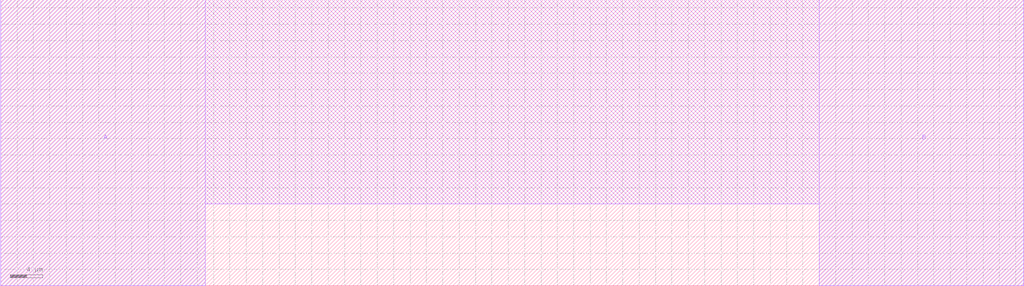
<source format=lef>
VERSION 5.7 ;
  NOWIREEXTENSIONATPIN ON ;
  DIVIDERCHAR "/" ;
  BUSBITCHARS "[]" ;
MACRO loopback
  CLASS COVER ;
  FOREIGN loopback ;
  ORIGIN 0.000 0.000 ;
  SIZE 125.000 BY 35.000 ;
  PIN A
    DIRECTION INOUT ;
    USE SIGNAL ;
    PORT
      LAYER Metal2 ;
        RECT 0.000 0.000 25.000 35.000 ;
    END
  END A
  PIN B
    DIRECTION INOUT ;
    USE SIGNAL ;
    PORT
      LAYER Metal2 ;
        RECT 100.000 0.000 125.000 35.000 ;
    END
  END B
  OBS
      LAYER Metal2 ;
        RECT 25.000 10.000 100.000 35.000 ;
  END
END loopback
END LIBRARY


</source>
